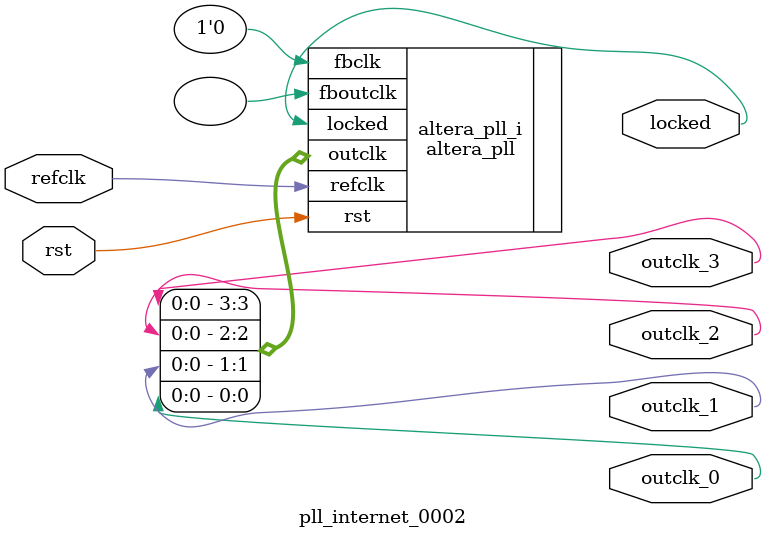
<source format=v>
`timescale 1ns/10ps
module  pll_internet_0002(

	// interface 'refclk'
	input wire refclk,

	// interface 'reset'
	input wire rst,

	// interface 'outclk0'
	output wire outclk_0,

	// interface 'outclk1'
	output wire outclk_1,

	// interface 'outclk2'
	output wire outclk_2,

	// interface 'outclk3'
	output wire outclk_3,

	// interface 'locked'
	output wire locked
);

	altera_pll #(
		.fractional_vco_multiplier("false"),
		.reference_clock_frequency("62.5 MHz"),
		.operation_mode("direct"),
		.number_of_clocks(4),
		.output_clock_frequency0("125.000000 MHz"),
		.phase_shift0("0 ps"),
		.duty_cycle0(50),
		.output_clock_frequency1("125.000000 MHz"),
		.phase_shift1("2000 ps"),
		.duty_cycle1(50),
		.output_clock_frequency2("25.000000 MHz"),
		.phase_shift2("0 ps"),
		.duty_cycle2(50),
		.output_clock_frequency3("25.000000 MHz"),
		.phase_shift3("10000 ps"),
		.duty_cycle3(50),
		.output_clock_frequency4("0 MHz"),
		.phase_shift4("0 ps"),
		.duty_cycle4(50),
		.output_clock_frequency5("0 MHz"),
		.phase_shift5("0 ps"),
		.duty_cycle5(50),
		.output_clock_frequency6("0 MHz"),
		.phase_shift6("0 ps"),
		.duty_cycle6(50),
		.output_clock_frequency7("0 MHz"),
		.phase_shift7("0 ps"),
		.duty_cycle7(50),
		.output_clock_frequency8("0 MHz"),
		.phase_shift8("0 ps"),
		.duty_cycle8(50),
		.output_clock_frequency9("0 MHz"),
		.phase_shift9("0 ps"),
		.duty_cycle9(50),
		.output_clock_frequency10("0 MHz"),
		.phase_shift10("0 ps"),
		.duty_cycle10(50),
		.output_clock_frequency11("0 MHz"),
		.phase_shift11("0 ps"),
		.duty_cycle11(50),
		.output_clock_frequency12("0 MHz"),
		.phase_shift12("0 ps"),
		.duty_cycle12(50),
		.output_clock_frequency13("0 MHz"),
		.phase_shift13("0 ps"),
		.duty_cycle13(50),
		.output_clock_frequency14("0 MHz"),
		.phase_shift14("0 ps"),
		.duty_cycle14(50),
		.output_clock_frequency15("0 MHz"),
		.phase_shift15("0 ps"),
		.duty_cycle15(50),
		.output_clock_frequency16("0 MHz"),
		.phase_shift16("0 ps"),
		.duty_cycle16(50),
		.output_clock_frequency17("0 MHz"),
		.phase_shift17("0 ps"),
		.duty_cycle17(50),
		.pll_type("General"),
		.pll_subtype("General")
	) altera_pll_i (
		.rst	(rst),
		.outclk	({outclk_3, outclk_2, outclk_1, outclk_0}),
		.locked	(locked),
		.fboutclk	( ),
		.fbclk	(1'b0),
		.refclk	(refclk)
	);
endmodule


</source>
